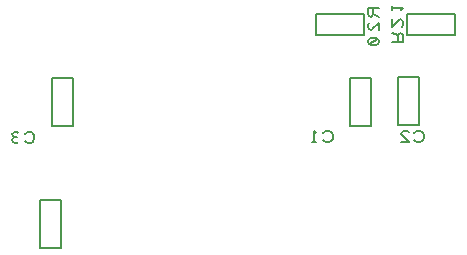
<source format=gbr>
G04 EasyPC Gerber Version 21.0.3 Build 4286 *
G04 #@! TF.Part,Single*
G04 #@! TF.FileFunction,Legend,Bot *
G04 #@! TF.FilePolarity,Positive *
%FSLAX35Y35*%
%MOIN*%
%ADD17C,0.00500*%
X0Y0D02*
D02*
D17*
X368326Y98041D02*
X368638Y97728D01*
X369263Y97416*
X370201*
X370826Y97728*
X371138Y98041*
X371451Y98666*
Y99916*
X371138Y100541*
X370826Y100854*
X370201Y101166*
X369263*
X368638Y100854*
X368326Y100541*
X366138Y97728D02*
X365513Y97416D01*
X364888*
X364263Y97728*
X363951Y98354*
X364263Y98978*
X364888Y99291*
X365513*
X364888D02*
X364263Y99604D01*
X363951Y100228*
X364263Y100854*
X364888Y101166*
X365513*
X366138Y100854*
X380226Y78329D02*
Y62329D01*
X373226*
Y78329*
X380226*
X384360Y118978D02*
Y102978D01*
X377360*
Y118978*
X384360*
X465281Y140266D02*
X481281D01*
Y133266*
X465281*
Y140266*
X467735Y98238D02*
X468048Y97925D01*
X468673Y97613*
X469610*
X470235Y97925*
X470548Y98238*
X470860Y98863*
Y100113*
X470548Y100738*
X470235Y101050*
X469610Y101363*
X468673*
X468048Y101050*
X467735Y100738*
X465235Y97613D02*
X463985D01*
X464610D02*
Y101363D01*
X465235Y100738*
X483770Y119175D02*
Y103175D01*
X476770*
Y119175*
X483770*
X486320Y142474D02*
X482570D01*
Y140287*
X482883Y139662*
X483508Y139349*
X484133Y139662*
X484445Y140287*
Y142474*
Y140287D02*
X486320Y139349D01*
Y134974D02*
Y137474D01*
X484133Y135287*
X483508Y134974*
X482883Y135287*
X482570Y135912*
Y136849*
X482883Y137474*
X486008Y132162D02*
X486320Y131537D01*
Y130912*
X486008Y130287*
X485383Y129974*
X483508*
X482883Y130287*
X482570Y130912*
Y131537*
X482883Y132162*
X483508Y132474*
X485383*
X486008Y132162*
X482883Y130287*
X490656Y131057D02*
X494406D01*
Y133244*
X494094Y133870*
X493469Y134182*
X492844Y133870*
X492531Y133244*
Y131057*
Y133244D02*
X490656Y134182D01*
Y138557D02*
Y136057D01*
X492844Y138244*
X493469Y138557*
X494094Y138244*
X494406Y137620*
Y136682*
X494094Y136057*
X490656Y141682D02*
Y142932D01*
Y142307D02*
X494406D01*
X493781Y141682*
X499715Y119274D02*
Y103274D01*
X492715*
Y119274*
X499715*
X498089Y98336D02*
X498402Y98024D01*
X499027Y97711*
X499965*
X500589Y98024*
X500902Y98336*
X501215Y98961*
Y100211*
X500902Y100836*
X500589Y101149*
X499965Y101461*
X499027*
X498402Y101149*
X498089Y100836*
X493715Y97711D02*
X496215D01*
X494027Y99899*
X493715Y100524*
X494027Y101149*
X494652Y101461*
X495589*
X496215Y101149*
X511695Y133266D02*
X495695D01*
Y140266*
X511695*
Y133266*
X0Y0D02*
M02*

</source>
